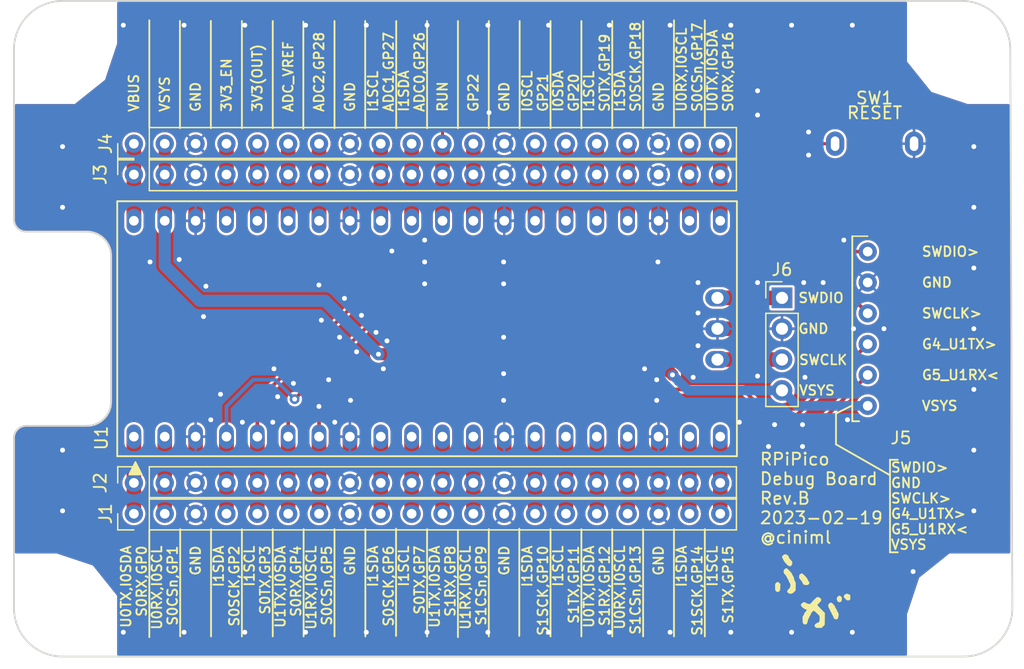
<source format=kicad_pcb>
(kicad_pcb (version 20221018) (generator pcbnew)
  (layers (0 "F.Cu" signal) (31 "B.Cu" signal) (34 "B.Paste" user) (35 "F.Paste" user) (36 "B.SilkS" user "B.Silkscreen") (37 "F.SilkS" user "F.Silkscreen") (38 "B.Mask" user) (39 "F.Mask" user) (44 "Edge.Cuts" user))
  (net 0 "")
  (net 1 "/GP0")
  (net 2 "/GP1")
  (net 3 "/GP2_SWCLK")
  (net 4 "/GP3_SWDIO")
  (net 5 "GND")
  (net 6 "/GP4_U1TX")
  (net 7 "/GP5_U1RX")
  (net 8 "/GP6")
  (net 9 "/GP7")
  (net 10 "/GP8")
  (net 11 "/GP9")
  (net 12 "/GP10")
  (net 13 "/GP11")
  (net 14 "/GP12")
  (net 15 "/GP13")
  (net 16 "/GP14")
  (net 17 "/GP15")
  (net 18 "/VBUS")
  (net 19 "/VSYS")
  (net 20 "/3V3_EN")
  (net 21 "/3V3_OUT")
  (net 22 "/ADC_VREF")
  (net 23 "/GP28")
  (net 24 "/GP27")
  (net 25 "/GP26")
  (net 26 "/RUN")
  (net 27 "/GP22")
  (net 28 "/GP21")
  (net 29 "/GP20")
  (net 30 "/GP19")
  (net 31 "/GP18")
  (net 32 "/GP17")
  (net 33 "/GP16")
  (net 34 "/SWDIO")
  (net 35 "/SWCLK")
  (footprint "local:PinHeader_1x06_P2.54mm_Horizontal_Narrow" (layer "F.Cu") (at 57.855 15.24)
    (fp_text reference "J5")
    (fp_text value "Debug")
  )
  (footprint "local:TVBP06-BN043XX-B" (layer "F.Cu") (at 58.42 6.35 90)
    (fp_text reference "SW1")
    (fp_text value "SW_Push")
  )
  (footprint "local:Raspberry_Pi_Pico_TH_SMD_SWD" (layer "F.Cu") (at 21.59 21.59 90)
    (fp_text reference "U1")
    (fp_text value "RaspberryPi_Pico")
  )
  (footprint "MountingHole:MountingHole_3.2mm_M3" (layer "F.Cu") (at 65.59 44.59)
    (fp_text reference "H4" hide)
    (fp_text value "MountingHole")
  )
  (footprint "MountingHole:MountingHole_3.2mm_M3" (layer "F.Cu") (at -8.41 -1.41)
    (fp_text reference "H2" hide)
    (fp_text value "MountingHole")
  )
  (footprint "local:PinSocket_1x20_P2.54mm_Vertical_Narrow" (layer "F.Cu") (at -2.54 8.89 90)
    (fp_text reference "J3")
    (fp_text value "Conn_01x20")
  )
  (footprint "local:PinHeader_1x20_P2.54mm_Vertical_Narrow" (layer "F.Cu") (at -2.54 36.83 90)
    (fp_text reference "J1")
    (fp_text value "Conn_01x20")
  )
  (footprint "local:PinSocket_1x20_P2.54mm_Vertical_Narrow" (layer "F.Cu") (at -2.54 34.29 90)
    (fp_text reference "J2")
    (fp_text value "Conn_01x20")
  )
  (footprint "local:PinHeader_1x20_P2.54mm_Vertical_Narrow" (layer "F.Cu") (at -2.54 6.35 90)
    (fp_text reference "J4")
    (fp_text value "Conn_01x20")
  )
  (footprint "local:logo" (layer "F.Cu") (at 53.34 43.18)
    (fp_text reference "LOGO1" hide)
    (fp_text value "Logo_Open_Hardware_Small" hide)
  )
  (footprint "Connector_PinHeader_2.54mm:PinHeader_1x04_P2.54mm_Vertical" (layer "F.Cu") (at 50.8 19.05)
    (fp_text reference "J6")
    (fp_text value "Conn_01x04")
  )
  (footprint "MountingHole:MountingHole_3.2mm_M3" (layer "F.Cu") (at 65.59 -1.41)
    (fp_text reference "H3" hide)
    (fp_text value "MountingHole")
  )
  (footprint "MountingHole:MountingHole_3.2mm_M3" (layer "F.Cu") (at -8.41 44.59)
    (fp_text reference "H1" hide)
    (fp_text value "MountingHole")
  )
  (gr_line (start 3.81 46.93) (end 3.81 38.1) (stroke (width 0.15)) (layer "F.SilkS"))
  (gr_line (start 21.59 46.93) (end 21.59 38.1) (stroke (width 0.15)) (layer "F.SilkS"))
  (gr_line (start 26.67 5.08) (end 26.67 -3.75) (stroke (width 0.15)) (layer "F.SilkS"))
  (gr_line (start 16.51 46.93) (end 16.51 38.1) (stroke (width 0.15)) (layer "F.SilkS"))
  (gr_line (start 8.89 46.93) (end 8.89 38.1) (stroke (width 0.15)) (layer "F.SilkS"))
  (gr_line (start 59.69 40.005) (end 60.325 40.005) (stroke (width 0.15)) (layer "F.SilkS"))
  (gr_line (start 55.245 28.575) (end 55.245 31.115) (stroke (width 0.15)) (layer "F.SilkS"))
  (gr_line (start 3.795592 5.069766) (end 3.795592 -3.760234) (stroke (width 0.15)) (layer "F.SilkS"))
  (gr_line (start 31.75 5.08) (end 31.75 -3.75) (stroke (width 0.15)) (layer "F.SilkS"))
  (gr_line (start 56.515 27.94) (end 55.245 28.575) (stroke (width 0.15)) (layer "F.SilkS"))
  (gr_line (start 55.245 31.115) (end 59.69 33.655) (stroke (width 0.15)) (layer "F.SilkS"))
  (gr_line (start 11.405358 5.124512) (end 11.405358 -3.705488) (stroke (width 0.15)) (layer "F.SilkS"))
  (gr_line (start 16.496784 5.069766) (end 16.496784 -3.760234) (stroke (width 0.15)) (layer "F.SilkS"))
  (gr_line (start 29.178577 46.889661) (end 29.178577 38.059661) (stroke (width 0.15)) (layer "F.SilkS"))
  (gr_line (start 8.89 5.08) (end 8.89 -3.75) (stroke (width 0.15)) (layer "F.SilkS"))
  (gr_line (start 24.13 46.99) (end 24.13 38.16) (stroke (width 0.15)) (layer "F.SilkS"))
  (gr_line (start 56.585 13.97) (end 56.585 29.21) (stroke (width 0.15)) (layer "F.SilkS"))
  (gr_line (start 19.036784 46.889661) (end 19.036784 38.059661) (stroke (width 0.15)) (layer "F.SilkS"))
  (gr_line (start 56.585 29.21) (end 57.15 29.21) (stroke (width 0.15)) (layer "F.SilkS"))
  (gr_line (start 34.29 5.08) (end 34.29 -3.75) (stroke (width 0.15)) (layer "F.SilkS"))
  (gr_line (start 1.249878 5.069766) (end 1.249878 -3.760234) (stroke (width 0.15)) (layer "F.SilkS"))
  (gr_line (start 29.21 5.08) (end 29.21 -3.75) (stroke (width 0.15)) (layer "F.SilkS"))
  (gr_line (start 39.37 46.93) (end 39.37 38.1) (stroke (width 0.15)) (layer "F.SilkS"))
  (gr_line (start 13.97 46.93) (end 13.97 38.1) (stroke (width 0.15)) (layer "F.SilkS"))
  (gr_line (start 1.27 46.93) (end 1.27 38.1) (stroke (width 0.15)) (layer "F.SilkS"))
  (gr_line (start 26.67 46.93) (end 26.67 38.1) (stroke (width 0.15)) (layer "F.SilkS"))
  (gr_line (start 60.325 32.385) (end 59.69 32.385) (stroke (width 0.15)) (layer "F.SilkS"))
  (gr_line (start 44.45 5.02) (end 44.45 -3.81) (stroke (width 0.15)) (layer "F.SilkS"))
  (gr_line (start 21.59 5.08) (end 21.59 -3.75) (stroke (width 0.15)) (layer "F.SilkS"))
  (gr_line (start 6.35 5.08) (end 6.35 -3.75) (stroke (width 0.15)) (layer "F.SilkS"))
  (gr_line (start 24.13 5.08) (end 24.13 -3.75) (stroke (width 0.15)) (layer "F.SilkS"))
  (gr_line (start 59.69 32.385) (end 59.69 40.005) (stroke (width 0.15)) (layer "F.SilkS"))
  (gr_line (start -1.27 46.99) (end -1.27 38.16) (stroke (width 0.15)) (layer "F.SilkS"))
  (gr_line (start 36.83 5.08) (end 36.83 -3.75) (stroke (width 0.15)) (layer "F.SilkS"))
  (gr_line (start 6.35 46.93) (end 6.35 38.1) (stroke (width 0.15)) (layer "F.SilkS"))
  (gr_line (start 36.83 46.93) (end 36.83 38.1) (stroke (width 0.15)) (layer "F.SilkS"))
  (gr_line (start 44.45 46.93) (end 44.45 38.1) (stroke (width 0.15)) (layer "F.SilkS"))
  (gr_line (start 34.29 46.93) (end 34.29 38.1) (stroke (width 0.15)) (layer "F.SilkS"))
  (gr_line (start 39.37 5.08) (end 39.37 -3.75) (stroke (width 0.15)) (layer "F.SilkS"))
  (gr_line (start 13.97 5.08) (end 13.97 -3.75) (stroke (width 0.15)) (layer "F.SilkS"))
  (gr_line (start 31.75 46.93) (end 31.75 38.1) (stroke (width 0.15)) (layer "F.SilkS"))
  (gr_line (start 19.05 5.08) (end 19.05 -3.75) (stroke (width 0.15)) (layer "F.SilkS"))
  (gr_line (start 11.43 46.93) (end 11.43 38.1) (stroke (width 0.15)) (layer "F.SilkS"))
  (gr_line (start -1.27 5.02) (end -1.27 -3.81) (stroke (width 0.15)) (layer "F.SilkS"))
  (gr_line (start 41.91 46.93) (end 41.91 38.1) (stroke (width 0.15)) (layer "F.SilkS"))
  (gr_line (start 41.91 5.02) (end 41.91 -3.81) (stroke (width 0.15)) (layer "F.SilkS"))
  (gr_line (start -12.41 -1.41) (end -12.41 12.59) (stroke (width 0.15)) (layer "Edge.Cuts"))
  (gr_line (start -12.41 30.59) (end -12.41 44.59) (stroke (width 0.15)) (layer "Edge.Cuts"))
  (gr_line (start -6.41 29.59) (end -11.41 29.59) (stroke (width 0.15)) (layer "Edge.Cuts"))
  (gr_arc (start -4.41 27.59) (mid -4.995786 29.004214) (end -6.41 29.59) (stroke (width 0.15)) (layer "Edge.Cuts"))
  (gr_line (start 69.761573 44.59) (end 69.59 -1.41) (stroke (width 0.15)) (layer "Edge.Cuts"))
  (gr_arc (start -12.41 -1.41) (mid -11.238427 -4.238427) (end -8.41 -5.41) (stroke (width 0.15)) (layer "Edge.Cuts"))
  (gr_arc (start -12.41 30.59) (mid -12.117107 29.882893) (end -11.41 29.59) (stroke (width 0.15)) (layer "Edge.Cuts"))
  (gr_arc (start 65.59 -5.41) (mid 68.418427 -4.238427) (end 69.59 -1.41) (stroke (width 0.15)) (layer "Edge.Cuts"))
  (gr_line (start -6.41 13.59) (end -11.41 13.59) (stroke (width 0.15)) (layer "Edge.Cuts"))
  (gr_line (start -4.41 21.59) (end -4.41 27.59) (stroke (width 0.15)) (layer "Edge.Cuts"))
  (gr_arc (start 69.761573 44.59) (mid 68.59 47.418427) (end 65.761573 48.59) (stroke (width 0.15)) (layer "Edge.Cuts"))
  (gr_line (start -4.41 21.59) (end -4.41 15.59) (stroke (width 0.15)) (layer "Edge.Cuts"))
  (gr_arc (start -11.41 13.59) (mid -12.117107 13.297107) (end -12.41 12.59) (stroke (width 0.15)) (layer "Edge.Cuts"))
  (gr_arc (start -6.41 13.59) (mid -4.995786 14.175786) (end -4.41 15.59) (stroke (width 0.15)) (layer "Edge.Cuts"))
  (gr_arc (start -8.41 48.59) (mid -11.238427 47.418427) (end -12.41 44.59) (stroke (width 0.15)) (layer "Edge.Cuts"))
  (gr_line (start -8.41 48.59) (end 65.761573 48.59) (stroke (width 0.15)) (layer "Edge.Cuts"))
  (gr_line (start 65.59 -5.41) (end -8.41 -5.41) (stroke (width 0.15)) (layer "Edge.Cuts"))
  (gr_text "GND" (at 27.94 39.37 90) (layer "F.SilkS") (effects (font (size 0.8 0.8)) (justify right)))
  (gr_text "G5_U1RX<" (at 59.69 38.1) (layer "F.SilkS") (effects (font (size 0.8 0.8)) (justify left)))
  (gr_text "I0SCL\nGP21" (at 30.48 3.81 90) (layer "F.SilkS") (effects (font (size 0.8 0.8)) (justify left)))
  (gr_text "U0RX,I0SCL\nS0CSn,GP1" (at 0 39.37 90) (layer "F.SilkS") (effects (font (size 0.8 0.8)) (justify right)))
  (gr_text "GND" (at 2.54 3.81 90) (layer "F.SilkS") (effects (font (size 0.8 0.8)) (justify left)))
  (gr_text "U1RX,I0SCL\nS0CSn,GP5" (at 12.7 39.37 90) (layer "F.SilkS") (effects (font (size 0.8 0.8)) (justify right)))
  (gr_text "GND" (at 2.54 39.37 90) (layer "F.SilkS") (effects (font (size 0.8 0.8)) (justify right)))
  (gr_text "SWDIO" (at 52.07 19.05) (layer "F.SilkS") (effects (font (size 0.8 0.8)) (justify left)))
  (gr_text "SWCLK" (at 52.13 24.16) (layer "F.SilkS") (effects (font (size 0.8 0.8)) (justify left)))
  (gr_text "VSYS" (at 52.13 26.67) (layer "F.SilkS") (effects (font (size 0.8 0.8)) (justify left)))
  (gr_text "VBUS" (at -2.54 3.81 90) (layer "F.SilkS") (effects (font (size 0.8 0.8)) (justify left)))
  (gr_text "RUN" (at 22.86 3.81 90) (layer "F.SilkS") (effects (font (size 0.8 0.8)) (justify left)))
  (gr_text "U1TX,I0SDA\nS0RX,GP4" (at 10.16 39.37 90) (layer "F.SilkS") (effects (font (size 0.8 0.8)) (justify right)))
  (gr_text "GND" (at 52.07 21.59) (layer "F.SilkS") (effects (font (size 0.8 0.8)) (justify left)))
  (gr_text "U1TX,I0SDA\nS1RX,GP8" (at 22.86 39.37 90) (layer "F.SilkS") (effects (font (size 0.8 0.8)) (justify right)))
  (gr_text "I1SDA\nS1SCK,GP14" (at 43.18 39.37 90) (layer "F.SilkS") (effects (font (size 0.8 0.8)) (justify right)))
  (gr_text "U0TX,I0SDA\nS0RX,GP16" (at 45.72 3.81 90) (layer "F.SilkS") (effects (font (size 0.8 0.8)) (justify left)))
  (gr_text "I1SDA\nADC0,GP26" (at 20.32 3.81 90) (layer "F.SilkS") (effects (font (size 0.8 0.8)) (justify left)))
  (gr_text "GND" (at 27.94 3.81 90) (layer "F.SilkS") (effects (font (size 0.8 0.8)) (justify left)))
  (gr_text "SWDIO>" (at 62.23 15.24) (layer "F.SilkS") (effects (font (size 0.8 0.8)) (justify left)))
  (gr_text "I1SCL\nS1TX,GP15" (at 45.72 39.37 90) (layer "F.SilkS") (effects (font (size 0.8 0.8)) (justify right)))
  (gr_text "I1SDA\nS0SCK,GP6" (at 17.78 39.37 90) (layer "F.SilkS") (effects (font (size 0.8 0.8)) (justify right)))
  (gr_text "GND" (at 40.64 39.37 90) (layer "F.SilkS") (effects (font (size 0.8 0.8)) (justify right)))
  (gr_text "SWCLK>" (at 62.23 20.32) (layer "F.SilkS") (effects (font (size 0.8 0.8)) (justify left)))
  (gr_text "GND" (at 62.23 17.78) (layer "F.SilkS") (effects (font (size 0.8 0.8)) (justify left)))
  (gr_text "U0RX,I0SCL\nS1CSn,GP13" (at 38.097268 39.353456 90) (layer "F.SilkS") (effects (font (size 0.8 0.8)) (justify right)))
  (gr_text "GND" (at 15.24 3.81 90) (layer "F.SilkS") (effects (font (size 0.8 0.8)) (justify left)))
  (gr_text "GND" (at 59.69 34.29) (layer "F.SilkS") (effects (font (size 0.8 0.8)) (justify left)))
  (gr_text "VSYS" (at 59.69 39.37) (layer "F.SilkS") (effects (font (size 0.8 0.8)) (justify left)))
  (gr_text "GP22" (at 25.4 3.81 90) (layer "F.SilkS") (effects (font (size 0.8 0.8)) (justify left)))
  (gr_text "U0TX,I0SDA\nS1RX,GP12" (at 35.56 39.37 90) (layer "F.SilkS") (effects (font (size 0.8 0.8)) (justify right)))
  (gr_text "RPiPico\nDebug Board\nRev.B\n2023-02-19\n@ciniml" (at 48.895 35.56) (layer "F.SilkS") (effects (font (size 1 1)) (justify left)))
  (gr_text "I1SCL\nADC1,GP27" (at 17.78 3.81 90) (layer "F.SilkS") (effects (font (size 0.8 0.8)) (justify left)))
  (gr_text "I1SCL\nS0TX,GP7" (at 20.32 39.37 90) (layer "F.SilkS") (effects (font (size 0.8 0.8)) (justify right)))
  (gr_text "G4_U1TX>" (at 62.23 22.86) (layer "F.SilkS") (effects (font (size 0.8 0.8)) (justify left)))
  (gr_text "I1SCL\nS0TX,GP19" (at 35.56 3.81 90) (layer "F.SilkS") (effects (font (size 0.8 0.8)) (justify left)))
  (gr_text "I1SDA\nS0SCK,GP18" (at 38.1 3.81 90) (layer "F.SilkS") (effects (font (size 0.8 0.8)) (justify left)))
  (gr_text "ADC_VREF" (at 10.16 3.81 90) (layer "F.SilkS") (effects (font (size 0.8 0.8)) (justify left)))
  (gr_text "U1RX,I0SCL\nS1CSn,GP9" (at 25.4 39.37 90) (layer "F.SilkS") (effects (font (size 0.8 0.8)) (justify right)))
  (gr_text "SWCLK>" (at 59.69 35.56) (layer "F.SilkS") (effects (font (size 0.8 0.8)) (justify left)))
  (gr_text "U0RX,I0SCL\nS0CSn,GP17" (at 43.18 3.81 90) (layer "F.SilkS") (effects (font (size 0.8 0.8)) (justify left)))
  (gr_text "I1SCL\nS1TX,GP11" (at 33.02 39.37 90) (layer "F.SilkS") (effects (font (size 0.8 0.8)) (justify right)))
  (gr_text "RESET" (at 58.42 3.81) (layer "F.SilkS") (effects (font (size 1 1))))
  (gr_text "GND" (at 40.64 3.81 90) (layer "F.SilkS") (effects (font (size 0.8 0.8)) (justify left)))
  (gr_text "VSYS" (at 62.23 27.94) (layer "F.SilkS") (effects (font (size 0.8 0.8)) (justify left)))
  (gr_text "VSYS" (at 0 3.81 90) (layer "F.SilkS") (effects (font (size 0.8 0.8)) (justify left)))
  (gr_text "SWDIO>" (at 59.69 33.02) (layer "F.SilkS") (effects (font (size 0.8 0.8)) (justify left)))
  (gr_text "3V3_EN" (at 5.08 3.81 90) (layer "F.SilkS") (effects (font (size 0.8 0.8)) (justify left)))
  (gr_text "I0SDA\nGP20" (at 33.02 3.81 90) (layer "F.SilkS") (effects (font (size 0.8 0.8)) (justify left)))
  (gr_text "U0TX,I0SDA\nS0RX,GP0" (at -2.54 39.37 90) (layer "F.SilkS") (effects (font (size 0.8 0.8)) (justify right)))
  (gr_text "G5_U1RX<" (at 62.23 25.4) (layer "F.SilkS") (effects (font (size 0.8 0.8)) (justify left)))
  (gr_text "3V3(OUT)" (at 7.62 3.81 90) (layer "F.SilkS") (effects (font (size 0.8 0.8)) (justify left)))
  (gr_text "I1SDA\nS1SCK,GP10" (at 30.48 39.37 90) (layer "F.SilkS") (effects (font (size 0.8 0.8)) (justify right)))
  (gr_text "I1SDA\nS0SCK,GP2" (at 5.08 39.37 90) (layer "F.SilkS") (effects (font (size 0.8 0.8)) (justify right)))
  (gr_text "GND" (at 15.24 39.37 90) (layer "F.SilkS") (effects (font (size 0.8 0.8)) (justify right)))
  (gr_text "ADC2,GP28" (at 12.7 3.81 90) (layer "F.SilkS") (effects (font (size 0.8 0.8)) (justify left)))
  (gr_text "I1SCL\nS0TX,GP3" (at 7.62 39.37 90) (layer "F.SilkS") (effects (font (size 0.8 0.8)) (justify right)))
  (gr_text "G4_U1TX>" (at 59.69 36.83) (layer "F.SilkS") (effects (font (size 0.8 0.8)) (justify left)))
  (segment (start -2.54 30.48) (end -2.54 36.83) (width 1.2) (layer "F.Cu") (net 1))
  (segment (start 0 36.83) (end 0 30.48) (width 1.2) (layer "F.Cu") (net 2))
  (segment (start 57.855 20.32) (end 54.425 16.89) (width 0.3) (layer "F.Cu") (net 3))
  (segment (start 54.425 16.89) (end 21.19 16.89) (width 0.3) (layer "F.Cu") (net 3))
  (segment (start 5.08 30.48) (end 5.08 36.83) (width 1.2) (layer "F.Cu") (net 3))
  (segment (start 21.19 16.89) (end 10.69 27.39) (width 0.3) (layer "F.Cu") (net 3))
  (via (at 10.69 27.39) (size 0.8) (drill 0.4) (layers "F.Cu" "B.Cu") (net 3))
  (segment (start 5.08 28) (end 5.08 30.48) (width 0.3) (layer "B.Cu") (net 3))
  (segment (start 10.69 27.39) (end 9.09 25.79) (width 0.3) (layer "B.Cu") (net 3))
  (segment (start 7.29 25.79) (end 5.08 28) (width 0.3) (layer "B.Cu") (net 3))
  (segment (start 9.09 25.79) (end 7.29 25.79) (width 0.3) (layer "B.Cu") (net 3))
  (segment (start 57.855 15.24) (end 19.94 15.24) (width 0.3) (layer "F.Cu") (net 4))
  (segment (start 7.62 36.83) (end 7.62 30.48) (width 1.2) (layer "F.Cu") (net 4))
  (segment (start 7.62 27.56) (end 7.62 30.48) (width 0.3) (layer "F.Cu") (net 4))
  (segment (start 19.94 15.24) (end 7.62 27.56) (width 0.3) (layer "F.Cu") (net 4))
  (segment (start 40.64 30.48) (end 40.64 36.83) (width 1.2) (layer "F.Cu") (net 5))
  (via (at 6.59 -3.41) (size 0.8) (drill 0.4) (layers "F.Cu" "B.Cu") (net 5))
  (via (at 52.49 29.49) (size 0.8) (drill 0.4) (layers "F.Cu" "B.Cu") (net 5))
  (via (at 50.19 29.49) (size 0.8) (drill 0.4) (layers "F.Cu" "B.Cu") (net 5))
  (via (at 66.59 36.59) (size 0.8) (drill 0.4) (layers "F.Cu" "B.Cu") (net 5))
  (via (at 40.49 25.79) (size 0.8) (drill 0.4) (layers "F.Cu" "B.Cu") (net 5))
  (via (at -8.41 11.59) (size 0.8) (drill 0.4) (layers "F.Cu" "B.Cu") (net 5))
  (via (at 31.59 -3.41) (size 0.8) (drill 0.4) (layers "F.Cu" "B.Cu") (net 5))
  (via (at 8.99 24.89) (size 0.8) (drill 0.4) (layers "F.Cu" "B.Cu") (net 5))
  (via (at 56.19 29.09) (size 0.8) (drill 0.4) (layers "F.Cu" "B.Cu") (net 5))
  (via (at 54.19 17.79) (size 0.8) (drill 0.4) (layers "F.Cu" "B.Cu") (net 5))
  (via (at 16.59 -3.41) (size 0.8) (drill 0.4) (layers "F.Cu" "B.Cu") (net 5))
  (via (at 43.49 25.59) (size 0.8) (drill 0.4) (layers "F.Cu" "B.Cu") (net 5))
  (via (at -8.41 36.59) (size 0.8) (drill 0.4) (layers "F.Cu" "B.Cu") (net 5))
  (via (at -3.41 46.59) (size 0.8) (drill 0.4) (layers "F.Cu" "B.Cu") (net 5))
  (via (at 66.59 21.59) (size 0.8) (drill 0.4) (layers "F.Cu" "B.Cu") (net 5))
  (via (at 3.79 29.09) (size 0.8) (drill 0.4) (layers "F.Cu" "B.Cu") (net 5))
  (via (at 12.89 20.89) (size 0.8) (drill 0.4) (layers "F.Cu" "B.Cu") (net 5))
  (via (at 26.69 3.79) (size 0.8) (drill 0.4) (layers "F.Cu" "B.Cu") (net 5))
  (via (at 6.59 46.59) (size 0.8) (drill 0.4) (layers "F.Cu" "B.Cu") (net 5))
  (via (at 12.69 27.99) (size 0.8) (drill 0.4) (layers "F.Cu" "B.Cu") (net 5))
  (via (at 13.49 25.79) (size 0.8) (drill 0.4) (layers "F.Cu" "B.Cu") (net 5))
  (via (at -3.41 -3.41) (size 0.8) (drill 0.4) (layers "F.Cu" "B.Cu") (net 5))
  (via (at 18.29 22.59) (size 0.8) (drill 0.4) (layers "F.Cu" "B.Cu") (net 5))
  (via (at 48.79 17.79) (size 0.8) (drill 0.4) (layers "F.Cu" "B.Cu") (net 5))
  (via (at 18.69 15.19) (size 0.8) (drill 0.4) (layers "F.Cu" "B.Cu") (net 5))
  (via (at 1.59 46.59) (size 0.8) (drill 0.4) (layers "F.Cu" "B.Cu") (net 5))
  (via (at 27.89 17.89) (size 0.8) (drill 0.4) (layers "F.Cu" "B.Cu") (net 5))
  (via (at 56.59 -3.41) (size 0.8) (drill 0.4) (layers "F.Cu" "B.Cu") (net 5))
  (via (at 48.79 25.49) (size 0.8) (drill 0.4) (layers "F.Cu" "B.Cu") (net 5))
  (via (at 56.59 46.59) (size 0.8) (drill 0.4) (layers "F.Cu" "B.Cu") (net 5))
  (via (at 48.79 1.99) (size 0.8) (drill 0.4) (layers "F.Cu" "B.Cu") (net 5))
  (via (at 36.59 -3.41) (size 0.8) (drill 0.4) (layers "F.Cu" "B.Cu") (net 5))
  (via (at 41.59 46.59) (size 0.8) (drill 0.4) (layers "F.Cu" "B.Cu") (net 5))
  (via (at 39.49 24.89) (size 0.8) (drill 0.4) (layers "F.Cu" "B.Cu") (net 5))
  (via (at 21.39 14.29) (size 0.8) (drill 0.4) (layers "F.Cu" "B.Cu") (net 5))
  (via (at 40.49 27.49) (size 0.8) (drill 0.4) (layers "F.Cu" "B.Cu") (net 5))
  (via (at 11.59 46.59) (size 0.8) (drill 0.4) (layers "F.Cu" "B.Cu") (net 5))
  (via (at 48.79 3.99) (size 0.8) (drill 0.4) (layers "F.Cu" "B.Cu") (net 5))
  (via (at 21.59 46.59) (size 0.8) (drill 0.4) (layers "F.Cu" "B.Cu") (net 5))
  (via (at 8.89 29.29) (size 0.8) (drill 0.4) (layers "F.Cu" "B.Cu") (net 5))
  (via (at 43.89 17.79) (size 0.8) (drill 0.4) (layers "F.Cu" "B.Cu") (net 5))
  (via (at 27.89 16.09) (size 0.8) (drill 0.4) (layers "F.Cu" "B.Cu") (net 5))
  (via (at 1.59 -3.41) (size 0.8) (drill 0.4) (layers "F.Cu" "B.Cu") (net 5))
  (via (at 26.59 -3.41) (size 0.8) (drill 0.4) (layers "F.Cu" "B.Cu") (net 5))
  (via (at 9.29 27.19) (size 0.8) (drill 0.4) (layers "F.Cu" "B.Cu") (net 5))
  (via (at 27.89 27.49) (size 0.8) (drill 0.4) (layers "F.Cu" "B.Cu") (net 5))
  (via (at 26.59 46.59) (size 0.8) (drill 0.4) (layers "F.Cu" "B.Cu") (net 5))
  (via (at 13.99 29.29) (size 0.8) (drill 0.4) (layers "F.Cu" "B.Cu") (net 5))
  (via (at 27.89 25.29) (size 0.8) (drill 0.4) (layers "F.Cu" "B.Cu") (net 5))
  (via (at -8.41 31.59) (size 0.8) (drill 0.4) (layers "F.Cu" "B.Cu") (net 5))
  (via (at 49.69 31.29) (size 0.8) (drill 0.4) (layers "F.Cu" "B.Cu") (net 5))
  (via (at 43.89 22.99) (size 0.8) (drill 0.4) (layers "F.Cu" "B.Cu") (net 5))
  (via (at 66.59 26.59) (size 0.8) (drill 0.4) (layers "F.Cu" "B.Cu") (net 5))
  (via (at 52.49 31.29) (size 0.8) (drill 0.4) (layers "F.Cu" "B.Cu") (net 5))
  (via (at 46.59 -3.41) (size 0.8) (drill 0.4) (layers "F.Cu" "B.Cu") (net 5))
  (via (at 31.59 46.59) (size 0.8) (drill 0.4) (layers "F.Cu" "B.Cu") (net 5))
  (via (at 17.99 24.89) (size 0.8) (drill 0.4) (layers "F.Cu" "B.Cu") (net 5))
  (via (at 3.39 18.09) (size 0.8) (drill 0.4) (layers "F.Cu" "B.Cu") (net 5))
  (via (at 43.89 20.29) (size 0.8) (drill 0.4) (layers "F.Cu" "B.Cu") (net 5))
  (via (at 21.39 17.89) (size 0.8) (drill 0.4) (layers "F.Cu" "B.Cu") (net 5))
  (via (at 6.39 29.29) (size 0.8) (drill 0.4) (layers "F.Cu" "B.Cu") (net 5))
  (via (at 66.59 16.59) (size 0.8) (drill 0.4) (layers "F.Cu" "B.Cu") (net 5))
  (via (at 66.59 31.59) (size 0.8) (drill 0.4) (layers "F.Cu" "B.Cu") (net 5))
  (via (at 59.19 21.59) (size 0.8) (drill 0.4) (layers "F.Cu" "B.Cu") (net 5))
  (via (at 10.59 26.09) (size 0.8) (drill 0.4) (layers "F.Cu" "B.Cu") (net 5))
  (via (at 52.99 7.29) (size 0.8) (drill 0.4) (layers "F.Cu" "B.Cu") (net 5))
  (via (at 11.59 -3.41) (size 0.8) (drill 0.4) (layers "F.Cu" "B.Cu") (net 5))
  (via (at 51.59 -3.41) (size 0.8) (drill 0.4) (layers "F.Cu" "B.Cu") (net 5))
  (via (at 61.59 41.59) (size 0.8) (drill 0.4) (layers "F.Cu" "B.Cu") (net 5))
  (via (at 14.79 19.09) (size 0.8) (drill 0.4) (layers "F.Cu" "B.Cu") (net 5))
  (via (at 12.69 17.99) (size 0.8) (drill 0.4) (layers "F.Cu" "B.Cu") (net 5))
  (via (at -8.41 6.59) (size 0.8) (drill 0.4) (layers "F.Cu" "B.Cu") (net 5))
  (via (at 16.19 20.49) (size 0.8) (drill 0.4) (layers "F.Cu" "B.Cu") (net 5))
  (via (at 36.59 46.59) (size 0.8) (drill 0.4) (layers "F.Cu" "B.Cu") (net 5))
  (via (at 51.59 46.59) (size 0.8) (drill 0.4) (layers "F.Cu" "B.Cu") (net 5))
  (via (at 52.99 5.39) (size 0.8) (drill 0.4) (layers "F.Cu" "B.Cu") (net 5))
  (via (at 3.19 20.59) (size 0.8) (drill 0.4) (layers "F.Cu" "B.Cu") (net 5))
  (via (at 4.59 26.99) (size 0.8) (drill 0.4) (layers "F.Cu" "B.Cu") (net 5))
  (via (at 56.69 21.59) (size 0.8) (drill 0.4) (layers "F.Cu" "B.Cu") (net 5))
  (via (at 47.29 29.29) (size 0.8) (drill 0.4) (layers "F.Cu" "B.Cu") (net 5))
  (via (at 21.39 16.09) (size 0.8) (drill 0.4) (layers "F.Cu" "B.Cu") (net 5))
  (via (at 40.59 16.09) (size 0.8) (drill 0.4) (layers "F.Cu" "B.Cu") (net 5))
  (via (at -1.21 16.09) (size 0.8) (drill 0.4) (layers "F.Cu" "B.Cu") (net 5))
  (via (at 21.59 -3.41) (size 0.8) (drill 0.4) (layers "F.Cu" "B.Cu") (net 5))
  (via (at 14.39 22.29) (size 0.8) (drill 0.4) (layers "F.Cu" "B.Cu") (net 5))
  (via (at 41.59 -3.41) (size 0.8) (drill 0.4) (layers "F.Cu" "B.Cu") (net 5))
  (via (at 15.29 27.49) (size 0.8) (drill 0.4) (layers "F.Cu" "B.Cu") (net 5))
  (via (at 66.59 11.59) (size 0.8) (drill 0.4) (layers "F.Cu" "B.Cu") (net 5))
  (via (at 27.89 22.29) (size 0.8) (drill 0.4) (layers "F.Cu" "B.Cu") (net 5))
  (via (at 46.59 46.59) (size 0.8) (drill 0.4) (layers "F.Cu" "B.Cu") (net 5))
  (via (at 52.69 25.59) (size 0.8) (drill 0.4) (layers "F.Cu" "B.Cu") (net 5))
  (via (at 55.89 14.29) (size 0.8) (drill 0.4) (layers "F.Cu" "B.Cu") (net 5))
  (via (at 1.19 15.89) (size 0.8) (drill 0.4) (layers "F.Cu" "B.Cu") (net 5))
  (via (at 66.59 6.59) (size 0.8) (drill 0.4) (layers "F.Cu" "B.Cu") (net 5))
  (via (at 52.59 17.79) (size 0.8) (drill 0.4) (layers "F.Cu" "B.Cu") (net 5))
  (via (at 15.79 23.49) (size 0.8) (drill 0.4) (layers "F.Cu" "B.Cu") (net 5))
  (via (at 16.59 46.59) (size 0.8) (drill 0.4) (layers "F.Cu" "B.Cu") (net 5))
  (via (at 17.39 21.89) (size 0.8) (drill 0.4) (layers "F.Cu" "B.Cu") (net 5))
  (segment (start 47.59 26.59) (end 12.69 26.59) (width 0.3) (layer "F.Cu") (net 6))
  (segment (start 10.16 30.48) (end 10.16 36.83) (width 1.2) (layer "F.Cu") (net 6))
  (segment (start 49.69 28.69) (end 47.59 26.59) (width 0.3) (layer "F.Cu") (net 6))
  (segment (start 12.69 26.59) (end 10.16 29.12) (width 0.3) (layer "F.Cu") (net 6))
  (segment (start 57.855 22.86) (end 52.025 28.69) (width 0.3) (layer "F.Cu") (net 6))
  (segment (start 10.16 30.48) (end 10.16 30.42) (width 1.2) (layer "F.Cu") (net 6))
  (segment (start 10.16 29.12) (end 10.16 30.48) (width 0.3) (layer "F.Cu") (net 6))
  (segment (start 52.025 28.69) (end 49.69 28.69) (width 0.3) (layer "F.Cu") (net 6))
  (segment (start 57.855 25.4) (end 52.865 30.39) (width 0.3) (layer "F.Cu") (net 7))
  (segment (start 12.7 30.48) (end 12.7 36.83) (width 1.2) (layer "F.Cu") (net 7))
  (segment (start 49.59 30.39) (end 47.59 28.39) (width 0.3) (layer "F.Cu") (net 7))
  (segment (start 12.7 29.18) (end 12.7 30.48) (width 0.3) (layer "F.Cu") (net 7))
  (segment (start 47.59 28.39) (end 13.49 28.39) (width 0.3) (layer "F.Cu") (net 7))
  (segment (start 52.865 30.39) (end 49.59 30.39) (width 0.3) (layer "F.Cu") (net 7))
  (segment (start 13.49 28.39) (end 12.7 29.18) (width 0.3) (layer "F.Cu") (net 7))
  (segment (start 17.78 30.48) (end 17.78 36.83) (width 1.2) (layer "F.Cu") (net 8))
  (segment (start 20.32 30.48) (end 20.32 36.83) (width 1.2) (layer "F.Cu") (net 9))
  (segment (start 22.86 30.48) (end 22.86 36.83) (width 1.2) (layer "F.Cu") (net 10))
  (segment (start 25.4 30.48) (end 25.4 36.83) (width 1.2) (layer "F.Cu") (net 11))
  (segment (start 30.48 30.48) (end 30.48 36.83) (width 1.2) (layer "F.Cu") (net 12))
  (segment (start 33.02 30.48) (end 33.02 36.83) (width 1.2) (layer "F.Cu") (net 13))
  (segment (start 35.56 30.48) (end 35.56 36.83) (width 1.2) (layer "F.Cu") (net 14))
  (segment (start 38.1 30.48) (end 38.1 36.83) (width 1.2) (layer "F.Cu") (net 15))
  (segment (start 43.18 30.48) (end 43.18 36.83) (width 1.2) (layer "F.Cu") (net 16))
  (segment (start 45.72 30.48) (end 45.72 36.83) (width 1.2) (layer "F.Cu") (net 17))
  (segment (start -2.54 12.7) (end -2.54 6.35) (width 1.2) (layer "F.Cu") (net 18))
  (segment (start 41.79 25.39) (end 40.09 23.69) (width 1) (layer "F.Cu") (net 19))
  (segment (start 0 12.7) (end 0 6.35) (width 1) (layer "F.Cu") (net 19))
  (segment (start 40.09 23.69) (end 17.59 23.69) (width 1) (layer "F.Cu") (net 19))
  (via (at 41.79 25.39) (size 0.8) (drill 0.4) (layers "F.Cu" "B.Cu") (net 19))
  (via (at 17.59 23.69) (size 0.8) (drill 0.4) (layers "F.Cu" "B.Cu") (net 19))
  (segment (start 0 16.4) (end 0 12.7) (width 1) (layer "B.Cu") (net 19))
  (segment (start 13.19 19.29) (end 2.89 19.29) (width 1) (layer "B.Cu") (net 19))
  (segment (start 2.89 19.29) (end 0 16.4) (width 1) (layer "B.Cu") (net 19))
  (segment (start 52.07 27.94) (end 50.8 26.67) (width 0.8) (layer "B.Cu") (net 19))
  (segment (start 50.8 26.67) (end 43.07 26.67) (width 0.8) (layer "B.Cu") (net 19))
  (segment (start 17.59 23.69) (end 13.19 19.29) (width 1) (layer "B.Cu") (net 19))
  (segment (start 57.855 27.94) (end 52.07 27.94) (width 0.8) (layer "B.Cu") (net 19))
  (segment (start 43.07 26.67) (end 41.79 25.39) (width 0.8) (layer "B.Cu") (net 19))
  (segment (start 5.08 12.7) (end 5.08 6.35) (width 1.2) (layer "F.Cu") (net 20))
  (segment (start 7.62 6.35) (end 7.62 12.7) (width 1.2) (layer "F.Cu") (net 21))
  (segment (start 10.16 12.7) (end 10.16 6.35) (width 1.2) (layer "F.Cu") (net 22))
  (segment (start 12.7 6.35) (end 12.7 12.7) (width 1.2) (layer "F.Cu") (net 23))
  (segment (start 17.78 12.7) (end 17.78 6.35) (width 1.2) (layer "F.Cu") (net 24))
  (segment (start 20.32 12.7) (end 20.32 6.35) (width 1.2) (layer "F.Cu") (net 25))
  (segment (start 22.86 12.7) (end 22.86 6.35) (width 1.2) (layer "F.Cu") (net 26))
  (segment (start 52.55 6.35) (end 55.17 6.35) (width 0.25) (layer "F.Cu") (net 26))
  (segment (start 49.19 2.99) (end 52.55 6.35) (width 0.25) (layer "F.Cu") (net 26))
  (segment (start 22.86 5.08) (end 22.86 6.35) (width 0.25) (layer "F.Cu") (net 26))
  (segment (start 24.95 2.99) (end 49.19 2.99) (width 0.25) (layer "F.Cu") (net 26))
  (segment (start 22.86 5.08) (end 24.95 2.99) (width 0.25) (layer "F.Cu") (net 26))
  (segment (start 25.4 12.7) (end 25.4 6.35) (width 1.2) (layer "F.Cu") (net 27))
  (segment (start 30.48 12.7) (end 30.48 6.35) (width 1.2) (layer "F.Cu") (net 28))
  (segment (start 33.02 12.7) (end 33.02 6.35) (width 1.2) (layer "F.Cu") (net 29))
  (segment (start 35.56 12.7) (end 35.56 6.35) (width 1.2) (layer "F.Cu") (net 30))
  (segment (start 38.1 12.7) (end 38.1 6.35) (width 1.2) (layer "F.Cu") (net 31))
  (segment (start 43.18 12.7) (end 43.18 6.35) (width 1.2) (layer "F.Cu") (net 32))
  (segment (start 45.72 12.7) (end 45.72 6.35) (width 1.2) (layer "F.Cu") (net 33))
  (segment (start 45.49 19.05) (end 50.8 19.05) (width 1.2) (layer "F.Cu") (net 34))
  (segment (start 45.49 24.13) (end 50.8 24.13) (width 1.2) (layer "F.Cu") (net 35))
  (zone (net 0) (net_name "") (layers "F&B.Cu") (name "GND") (connect_pads (clearance 0)) (min_thickness 0.2)
    (keepout (tracks allowed) (vias allowed) (pads allowed) (copperpour not_allowed) (footprints allowed))
    (fill (thermal_gap 0.2) (thermal_bridge_width 0.2))
    (polygon (pts (xy 66.09 3.09) (xy 63.09 2.09) (xy 61.09 -0.41) (xy 61.09 -5.41) (xy 69.59 -5.41) (xy 69.59 3.09)))
  )
  (zone (net 0) (net_name "") (layers "F&B.Cu") (name "GND") (connect_pads (clearance 0)) (min_thickness 0.2)
    (keepout (tracks allowed) (vias allowed) (pads allowed) (copperpour not_allowed) (footprints allowed))
    (fill (thermal_gap 0.2) (thermal_bridge_width 0.2))
    (polygon (pts (xy 61.09 45.09) (xy 62.09 42.09) (xy 64.59 40.09) (xy 69.59 40.09) (xy 69.59 48.59) (xy 61.09 48.59)))
  )
  (zone (net 0) (net_name "") (layers "F&B.Cu") (name "GND") (connect_pads (clearance 0)) (min_thickness 0.2)
    (keepout (tracks allowed) (vias allowed) (pads allowed) (copperpour not_allowed) (footprints allowed))
    (fill (thermal_gap 0.2) (thermal_bridge_width 0.2))
    (polygon (pts (xy -3.91 -1.91) (xy -4.91 1.09) (xy -7.41 3.09) (xy -12.41 3.09) (xy -12.41 -5.41) (xy -3.91 -5.41)))
  )
  (zone (net 5) (net_name "GND") (layers "F&B.Cu") (name "GND") (connect_pads (clearance 0.2)) (min_thickness 0.2) (fill yes (thermal_gap 0.2) (thermal_bridge_width 0.2))
    (polygon (pts (xy 69.59 48.59) (xy -12.41 48.59) (xy -12.41 -5.41) (xy 69.59 -5.41)))
  )
  (zone (net 0) (net_name "") (layers "F&B.Cu") (name "GND") (connect_pads (clearance 0)) (min_thickness 0.2)
    (keepout (tracks allowed) (vias allowed) (pads allowed) (copperpour not_allowed) (footprints allowed))
    (fill (thermal_gap 0.2) (thermal_bridge_width 0.2))
    (polygon (pts (xy -8.91 40.09) (xy -5.91 41.09) (xy -3.91 43.59) (xy -3.91 48.59) (xy -12.41 48.59) (xy -12.41 40.09)))
  )
)
</source>
